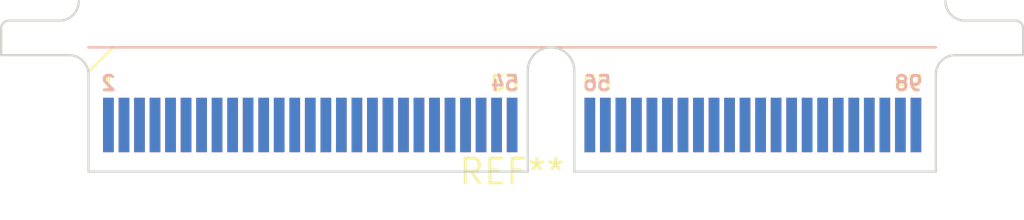
<source format=kicad_pcb>
(kicad_pcb (version 20240108) (generator pcbnew)
  (layers (0 "F.Cu" signal) (31 "B.Cu" signal) (34 "B.Paste" user) (35 "F.Paste" user) (36 "B.SilkS" user "B.Silkscreen") (37 "F.SilkS" user "F.Silkscreen") (38 "B.Mask" user) (39 "F.Mask" user) (44 "Edge.Cuts" user))
  (net 0 "")
  (footprint "Samtec_HSEC8-149-X-X-DV-BL_2x49_P0.8mm_Edge" (layer "F.Cu") (at 0 0)
    (property "Reference" "REF**")
    (property "Value" "Samtec_HSEC8-149-X-X-DV-BL_2x49_P0.8mm_Edge")
    (fp_line (start -21.825 -6.4) (end -21.825 -6.4) (layer "B.SilkS") (stroke (width 0.12)))
    (fp_line (start -21.825 -6.4) (end 21.825 -6.4) (layer "B.SilkS") (stroke (width 0.12)))
    (fp_line (start -21.825 -5.13) (end -20.555 -6.4) (layer "F.SilkS") (stroke (width 0.12)))
    (fp_line (start -20.555 -6.4) (end 21.825 -6.4) (layer "F.SilkS") (stroke (width 0.12)))
    (fp_line (start -26.325 -6) (end -26.325 -7.38) (layer "Edge.Cuts") (stroke (width 0.12)))
    (fp_line (start -25.925 -7.78) (end -23.325 -7.78) (layer "Edge.Cuts") (stroke (width 0.12)))
    (fp_line (start -22.825 -6) (end -26.325 -6) (layer "Edge.Cuts") (stroke (width 0.12)))
    (fp_line (start -21.825 -5) (end -21.825 0) (layer "Edge.Cuts") (stroke (width 0.12)))
    (fp_line (start -21.825 0) (end 0.805 0) (layer "Edge.Cuts") (stroke (width 0.12)))
    (fp_line (start 0.805 0) (end 0.805 -5.2) (layer "Edge.Cuts") (stroke (width 0.12)))
    (fp_line (start 3.205 -5.2) (end 3.205 0) (layer "Edge.Cuts") (stroke (width 0.12)))
    (fp_line (start 3.205 0) (end 21.825 0) (layer "Edge.Cuts") (stroke (width 0.12)))
    (fp_line (start 21.825 0) (end 21.825 -5) (layer "Edge.Cuts") (stroke (width 0.12)))
    (fp_line (start 22.825 -6) (end 26.325 -6) (layer "Edge.Cuts") (stroke (width 0.12)))
    (fp_line (start 25.925 -7.78) (end 23.325 -7.78) (layer "Edge.Cuts") (stroke (width 0.12)))
    (fp_line (start 26.325 -6) (end 26.325 -7.38) (layer "Edge.Cuts") (stroke (width 0.12)))
    (fp_arc (start -26.325 -7.38) (mid -26.207843 -7.662843) (end -25.925 -7.78) (layer "Edge.Cuts") (stroke (width 0.12)))
    (fp_arc (start -22.825 -6) (mid -22.117893 -5.707107) (end -21.825 -5) (layer "Edge.Cuts") (stroke (width 0.12)))
    (fp_arc (start -22.325 -8.78) (mid -22.617893 -8.072893) (end -23.325 -7.78) (layer "Edge.Cuts") (stroke (width 0.12)))
    (fp_arc (start 0.805 -5.2) (mid 2.005 -6.4) (end 3.205 -5.2) (layer "Edge.Cuts") (stroke (width 0.12)))
    (fp_arc (start 21.825 -5) (mid 22.117893 -5.707107) (end 22.825 -6) (layer "Edge.Cuts") (stroke (width 0.12)))
    (fp_arc (start 23.325 -7.78) (mid 22.617893 -8.072893) (end 22.325 -8.78) (layer "Edge.Cuts") (stroke (width 0.12)))
    (fp_arc (start 25.925 -7.78) (mid 26.207843 -7.662843) (end 26.325 -7.38) (layer "Edge.Cuts") (stroke (width 0.12)))
    (fp_text user "54" (at -0.375 -4.55 0) (layer "B.SilkS") (effects (font (size 0.75 0.75)) (justify mirror)))
    (fp_text user "56" (at 4.375 -4.55 0) (layer "B.SilkS") (effects (font (size 0.75 0.75)) (justify mirror)))
    (fp_text user "2" (at -20.8 -4.55 0) (layer "B.SilkS") (effects (font (size 0.75 0.75)) (justify mirror)))
    (fp_text user "98" (at 20.425 -4.55 0) (layer "B.SilkS") (effects (font (size 0.75 0.75)) (justify mirror)))
    (fp_text user "1" (at -20.8 -4.55 0) (layer "F.SilkS") (effects (font (size 0.75 0.75))))
    (fp_text user "53" (at -0.375 -4.55 0) (layer "F.SilkS") (effects (font (size 0.75 0.75))))
    (fp_text user "97" (at 20.425 -4.55 0) (layer "F.SilkS") (effects (font (size 0.75 0.75))))
    (fp_text user "55" (at 4.375 -4.55 0) (layer "F.SilkS") (effects (font (size 0.75 0.75))))
    (pad "1" connect rect (at -20.8 -2.4) (size 0.55 2.8) (layers "F.Cu" "F.Mask"))
    (pad "2" connect rect (at -20.8 -2.4) (size 0.55 2.8) (layers "B.Cu" "B.Mask"))
    (pad "3" connect rect (at -20 -2.4) (size 0.55 2.8) (layers "F.Cu" "F.Mask"))
    (pad "4" connect rect (at -20 -2.4) (size 0.55 2.8) (layers "B.Cu" "B.Mask"))
    (pad "5" connect rect (at -19.2 -2.4) (size 0.55 2.8) (layers "F.Cu" "F.Mask"))
    (pad "6" connect rect (at -19.2 -2.4) (size 0.55 2.8) (layers "B.Cu" "B.Mask"))
    (pad "7" connect rect (at -18.4 -2.4) (size 0.55 2.8) (layers "F.Cu" "F.Mask"))
    (pad "8" connect rect (at -18.4 -2.4) (size 0.55 2.8) (layers "B.Cu" "B.Mask"))
    (pad "9" connect rect (at -17.6 -2.4) (size 0.55 2.8) (layers "F.Cu" "F.Mask"))
    (pad "10" connect rect (at -17.6 -2.4) (size 0.55 2.8) (layers "B.Cu" "B.Mask"))
    (pad "11" connect rect (at -16.8 -2.4) (size 0.55 2.8) (layers "F.Cu" "F.Mask"))
    (pad "12" connect rect (at -16.8 -2.4) (size 0.55 2.8) (layers "B.Cu" "B.Mask"))
    (pad "13" connect rect (at -16 -2.4) (size 0.55 2.8) (layers "F.Cu" "F.Mask"))
    (pad "14" connect rect (at -16 -2.4) (size 0.55 2.8) (layers "B.Cu" "B.Mask"))
    (pad "15" connect rect (at -15.2 -2.4) (size 0.55 2.8) (layers "F.Cu" "F.Mask"))
    (pad "16" connect rect (at -15.2 -2.4) (size 0.55 2.8) (layers "B.Cu" "B.Mask"))
    (pad "17" connect rect (at -14.4 -2.4) (size 0.55 2.8) (layers "F.Cu" "F.Mask"))
    (pad "18" connect rect (at -14.4 -2.4) (size 0.55 2.8) (layers "B.Cu" "B.Mask"))
    (pad "19" connect rect (at -13.6 -2.4) (size 0.55 2.8) (layers "F.Cu" "F.Mask"))
    (pad "20" connect rect (at -13.6 -2.4) (size 0.55 2.8) (layers "B.Cu" "B.Mask"))
    (pad "21" connect rect (at -12.8 -2.4) (size 0.55 2.8) (layers "F.Cu" "F.Mask"))
    (pad "22" connect rect (at -12.8 -2.4) (size 0.55 2.8) (layers "B.Cu" "B.Mask"))
    (pad "23" connect rect (at -12 -2.4) (size 0.55 2.8) (layers "F.Cu" "F.Mask"))
    (pad "24" connect rect (at -12 -2.4) (size 0.55 2.8) (layers "B.Cu" "B.Mask"))
    (pad "25" connect rect (at -11.2 -2.4) (size 0.55 2.8) (layers "F.Cu" "F.Mask"))
    (pad "26" connect rect (at -11.2 -2.4) (size 0.55 2.8) (layers "B.Cu" "B.Mask"))
    (pad "27" connect rect (at -10.4 -2.4) (size 0.55 2.8) (layers "F.Cu" "F.Mask"))
    (pad "28" connect rect (at -10.4 -2.4) (size 0.55 2.8) (layers "B.Cu" "B.Mask"))
    (pad "29" connect rect (at -9.6 -2.4) (size 0.55 2.8) (layers "F.Cu" "F.Mask"))
    (pad "30" connect rect (at -9.6 -2.4) (size 0.55 2.8) (layers "B.Cu" "B.Mask"))
    (pad "31" connect rect (at -8.8 -2.4) (size 0.55 2.8) (layers "F.Cu" "F.Mask"))
    (pad "32" connect rect (at -8.8 -2.4) (size 0.55 2.8) (layers "B.Cu" "B.Mask"))
    (pad "33" connect rect (at -8 -2.4) (size 0.55 2.8) (layers "F.Cu" "F.Mask"))
    (pad "34" connect rect (at -8 -2.4) (size 0.55 2.8) (layers "B.Cu" "B.Mask"))
    (pad "35" connect rect (at -7.2 -2.4) (size 0.55 2.8) (layers "F.Cu" "F.Mask"))
    (pad "36" connect rect (at -7.2 -2.4) (size 0.55 2.8) (layers "B.Cu" "B.Mask"))
    (pad "37" connect rect (at -6.4 -2.4) (size 0.55 2.8) (layers "F.Cu" "F.Mask"))
    (pad "38" connect rect (at -6.4 -2.4) (size 0.55 2.8) (layers "B.Cu" "B.Mask"))
    (pad "39" connect rect (at -5.6 -2.4) (size 0.55 2.8) (layers "F.Cu" "F.Mask"))
    (pad "40" connect rect (at -5.6 -2.4) (size 0.55 2.8) (layers "B.Cu" "B.Mask"))
    (pad "41" connect rect (at -4.8 -2.4) (size 0.55 2.8) (layers "F.Cu" "F.Mask"))
    (pad "42" connect rect (at -4.8 -2.4) (size 0.55 2.8) (layers "B.Cu" "B.Mask"))
    (pad "43" connect rect (at -4 -2.4) (size 0.55 2.8) (layers "F.Cu" "F.Mask"))
    (pad "44" connect rect (at -4 -2.4) (size 0.55 2.8) (layers "B.Cu" "B.Mask"))
    (pad "45" connect rect (at -3.2 -2.4) (size 0.55 2.8) (layers "F.Cu" "F.Mask"))
    (pad "46" connect rect (at -3.2 -2.4) (size 0.55 2.8) (layers "B.Cu" "B.Mask"))
    (pad "47" connect rect (at -2.4 -2.4) (size 0.55 2.8) (layers "F.Cu" "F.Mask"))
    (pad "48" connect rect (at -2.4 -2.4) (size 0.55 2.8) (layers "B.Cu" "B.Mask"))
    (pad "49" connect rect (at -1.6 -2.4) (size 0.55 2.8) (layers "F.Cu" "F.Mask"))
    (pad "50" connect rect (at -1.6 -2.4) (size 0.55 2.8) (layers "B.Cu" "B.Mask"))
    (pad "51" connect rect (at -0.8 -2.4) (size 0.55 2.8) (layers "F.Cu" "F.Mask"))
    (pad "52" connect rect (at -0.8 -2.4) (size 0.55 2.8) (layers "B.Cu" "B.Mask"))
    (pad "53" connect rect (at 0 -2.4) (size 0.55 2.8) (layers "F.Cu" "F.Mask"))
    (pad "54" connect rect (at 0 -2.4) (size 0.55 2.8) (layers "B.Cu" "B.Mask"))
    (pad "55" connect rect (at 4 -2.4) (size 0.55 2.8) (layers "F.Cu" "F.Mask"))
    (pad "56" connect rect (at 4 -2.4) (size 0.55 2.8) (layers "B.Cu" "B.Mask"))
    (pad "57" connect rect (at 4.8 -2.4) (size 0.55 2.8) (layers "F.Cu" "F.Mask"))
    (pad "58" connect rect (at 4.8 -2.4) (size 0.55 2.8) (layers "B.Cu" "B.Mask"))
    (pad "59" connect rect (at 5.6 -2.4) (size 0.55 2.8) (layers "F.Cu" "F.Mask"))
    (pad "60" connect rect (at 5.6 -2.4) (size 0.55 2.8) (layers "B.Cu" "B.Mask"))
    (pad "61" connect rect (at 6.4 -2.4) (size 0.55 2.8) (layers "F.Cu" "F.Mask"))
    (pad "62" connect rect (at 6.4 -2.4) (size 0.55 2.8) (layers "B.Cu" "B.Mask"))
    (pad "63" connect rect (at 7.2 -2.4) (size 0.55 2.8) (layers "F.Cu" "F.Mask"))
    (pad "64" connect rect (at 7.2 -2.4) (size 0.55 2.8) (layers "B.Cu" "B.Mask"))
    (pad "65" connect rect (at 8 -2.4) (size 0.55 2.8) (layers "F.Cu" "F.Mask"))
    (pad "66" connect rect (at 8 -2.4) (size 0.55 2.8) (layers "B.Cu" "B.Mask"))
    (pad "67" connect rect (at 8.8 -2.4) (size 0.55 2.8) (layers "F.Cu" "F.Mask"))
    (pad "68" connect rect (at 8.8 -2.4) (size 0.55 2.8) (layers "B.Cu" "B.Mask"))
    (pad "69" connect rect (at 9.6 -2.4) (size 0.55 2.8) (layers "F.Cu" "F.Mask"))
    (pad "70" connect rect (at 9.6 -2.4) (size 0.55 2.8) (layers "B.Cu" "B.Mask"))
    (pad "71" connect rect (at 10.4 -2.4) (size 0.55 2.8) (layers "F.Cu" "F.Mask"))
    (pad "72" connect rect (at 10.4 -2.4) (size 0.55 2.8) (layers "B.Cu" "B.Mask"))
    (pad "73" connect rect (at 11.2 -2.4) (size 0.55 2.8) (layers "F.Cu" "F.Mask"))
    (pad "74" connect rect (at 11.2 -2.4) (size 0.55 2.8) (layers "B.Cu" "B.Mask"))
    (pad "75" connect rect (at 12 -2.4) (size 0.55 2.8) (layers "F.Cu" "F.Mask"))
    (pad "76" connect rect (at 12 -2.4) (size 0.55 2.8) (layers "B.Cu" "B.Mask"))
    (pad "77" connect rect (at 12.8 -2.4) (size 0.55 2.8) (layers "F.Cu" "F.Mask"))
    (pad "78" connect rect (at 12.8 -2.4) (size 0.55 2.8) (layers "B.Cu" "B.Mask"))
    (pad "79" connect rect (at 13.6 -2.4) (size 0.55 2.8) (layers "F.Cu" "F.Mask"))
    (pad "80" connect rect (at 13.6 -2.4) (size 0.55 2.8) (layers "B.Cu" "B.Mask"))
    (pad "81" connect rect (at 14.4 -2.4) (size 0.55 2.8) (layers "F.Cu" "F.Mask"))
    (pad "82" connect rect (at 14.4 -2.4) (size 0.55 2.8) (layers "B.Cu" "B.Mask"))
    (pad "83" connect rect (at 15.2 -2.4) (size 0.55 2.8) (layers "F.Cu" "F.Mask"))
    (pad "84" connect rect (at 15.2 -2.4) (size 0.55 2.8) (layers "B.Cu" "B.Mask"))
    (pad "85" connect rect (at 16 -2.4) (size 0.55 2.8) (layers "F.Cu" "F.Mask"))
    (pad "86" connect rect (at 16 -2.4) (size 0.55 2.8) (layers "B.Cu" "B.Mask"))
    (pad "87" connect rect (at 16.8 -2.4) (size 0.55 2.8) (layers "F.Cu" "F.Mask"))
    (pad "88" connect rect (at 16.8 -2.4) (size 0.55 2.8) (layers "B.Cu" "B.Mask"))
    (pad "89" connect rect (at 17.6 -2.4) (size 0.55 2.8) (layers "F.Cu" "F.Mask"))
    (pad "90" connect rect (at 17.6 -2.4) (size 0.55 2.8) (layers "B.Cu" "B.Mask"))
    (pad "91" connect rect (at 18.4 -2.4) (size 0.55 2.8) (layers "F.Cu" "F.Mask"))
    (pad "92" connect rect (at 18.4 -2.4) (size 0.55 2.8) (layers "B.Cu" "B.Mask"))
    (pad "93" connect rect (at 19.2 -2.4) (size 0.55 2.8) (layers "F.Cu" "F.Mask"))
    (pad "94" connect rect (at 19.2 -2.4) (size 0.55 2.8) (layers "B.Cu" "B.Mask"))
    (pad "95" connect rect (at 20 -2.4) (size 0.55 2.8) (layers "F.Cu" "F.Mask"))
    (pad "96" connect rect (at 20 -2.4) (size 0.55 2.8) (layers "B.Cu" "B.Mask"))
    (pad "97" connect rect (at 20.8 -2.4) (size 0.55 2.8) (layers "F.Cu" "F.Mask"))
    (pad "98" connect rect (at 20.8 -2.4) (size 0.55 2.8) (layers "B.Cu" "B.Mask"))
  )
)
</source>
